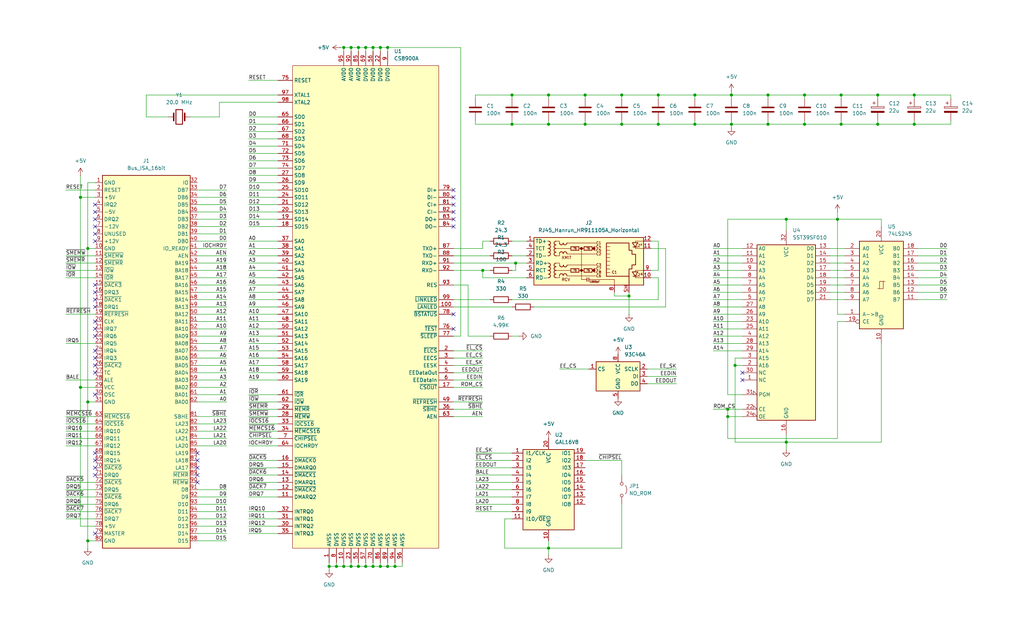
<source format=kicad_sch>
(kicad_sch (version 20231120) (generator "eeschema") (generator_version "8.0")
  (paper "USLegal")
  (title_block (title "Ethermaker") (date "2024-08-21") (rev "1") (company "Surreality Labs"))
  (junction (at 190.5 33.02))
  (junction (at 121.92 196.85))
  (junction (at 255.27 127))
  (junction (at 228.6 33.02))
  (junction (at 124.46 196.85))
  (junction (at 167.64 93.98))
  (junction (at 179.07 91.44))
  (junction (at 30.48 139.7))
  (junction (at 279.4 33.02))
  (junction (at 215.9 43.18))
  (junction (at 177.8 43.18))
  (junction (at 292.1 43.18))
  (junction (at 252.73 144.78))
  (junction (at 290.83 76.2))
  (junction (at 241.3 43.18))
  (junction (at 203.2 43.18))
  (junction (at 241.3 33.02))
  (junction (at 134.62 16.51))
  (junction (at 252.73 142.24))
  (junction (at 127 16.51))
  (junction (at 273.05 76.2))
  (junction (at 132.08 196.85))
  (junction (at 218.44 102.87))
  (junction (at 190.5 43.18))
  (junction (at 254 43.18))
  (junction (at 266.7 43.18))
  (junction (at 121.92 16.51))
  (junction (at 279.4 43.18))
  (junction (at 129.54 196.85))
  (junction (at 119.38 196.85))
  (junction (at 119.38 16.51))
  (junction (at 30.48 187.96))
  (junction (at 304.8 43.18))
  (junction (at 30.48 86.36))
  (junction (at 27.94 68.58))
  (junction (at 215.9 33.02))
  (junction (at 127 196.85))
  (junction (at 132.08 16.51))
  (junction (at 190.5 190.5))
  (junction (at 134.62 196.85))
  (junction (at 203.2 33.02))
  (junction (at 304.8 33.02))
  (junction (at 266.7 33.02))
  (junction (at 177.8 33.02))
  (junction (at 114.3 196.85))
  (junction (at 273.05 153.67))
  (junction (at 228.6 43.18))
  (junction (at 27.94 134.62))
  (junction (at 317.5 43.18))
  (junction (at 254 33.02))
  (junction (at 137.16 196.85))
  (junction (at 292.1 33.02))
  (junction (at 116.84 196.85))
  (junction (at 124.46 16.51))
  (junction (at 129.54 16.51))
  (junction (at 317.5 33.02))
  (no_connect (at 157.48 114.3))
  (no_connect (at 33.02 71.12))
  (no_connect (at 33.02 78.74))
  (no_connect (at 33.02 76.2))
  (no_connect (at 157.48 66.04))
  (no_connect (at 33.02 101.6))
  (no_connect (at 157.48 76.2))
  (no_connect (at 33.02 81.28))
  (no_connect (at 33.02 111.76))
  (no_connect (at 33.02 121.92))
  (no_connect (at 33.02 157.48))
  (no_connect (at 68.58 167.64))
  (no_connect (at 157.48 78.74))
  (no_connect (at 33.02 162.56))
  (no_connect (at 33.02 104.14))
  (no_connect (at 157.48 71.12))
  (no_connect (at 68.58 162.56))
  (no_connect (at 33.02 129.54))
  (no_connect (at 157.48 73.66))
  (no_connect (at 33.02 127))
  (no_connect (at 33.02 185.42))
  (no_connect (at 33.02 106.68))
  (no_connect (at 68.58 157.48))
  (no_connect (at 33.02 73.66))
  (no_connect (at 33.02 137.16))
  (no_connect (at 257.81 132.08))
  (no_connect (at 33.02 83.82))
  (no_connect (at 157.48 109.22))
  (no_connect (at 157.48 68.58))
  (no_connect (at 33.02 165.1))
  (no_connect (at 33.02 116.84))
  (no_connect (at 33.02 99.06))
  (no_connect (at 257.81 129.54))
  (no_connect (at 33.02 160.02))
  (no_connect (at 33.02 124.46))
  (no_connect (at 68.58 160.02))
  (no_connect (at 68.58 165.1))
  (no_connect (at 33.02 114.3))
  (wire (pts (xy 78.74 111.76) (xy 68.58 111.76)))
  (wire (pts (xy 86.36 185.42) (xy 96.52 185.42)))
  (wire (pts (xy 86.36 165.1) (xy 96.52 165.1)))
  (wire (pts (xy 218.44 102.87) (xy 218.44 109.22)))
  (wire (pts (xy 247.65 88.9) (xy 257.81 88.9)))
  (wire (pts (xy 254 33.02) (xy 266.7 33.02)))
  (wire (pts (xy 86.36 66.04) (xy 96.52 66.04)))
  (wire (pts (xy 241.3 33.02) (xy 241.3 34.29)))
  (wire (pts (xy 175.26 190.5) (xy 190.5 190.5)))
  (wire (pts (xy 190.5 33.02) (xy 203.2 33.02)))
  (wire (pts (xy 86.36 127) (xy 96.52 127)))
  (wire (pts (xy 66.04 40.64) (xy 76.2 40.64)))
  (wire (pts (xy 165.1 34.29) (xy 165.1 33.02)))
  (wire (pts (xy 328.93 91.44) (xy 318.77 91.44)))
  (wire (pts (xy 185.42 106.68) (xy 231.14 106.68)))
  (wire (pts (xy 124.46 16.51) (xy 121.92 16.51)))
  (wire (pts (xy 127 195.58) (xy 127 196.85)))
  (wire (pts (xy 78.74 149.86) (xy 68.58 149.86)))
  (wire (pts (xy 86.36 43.18) (xy 96.52 43.18)))
  (wire (pts (xy 304.8 41.91) (xy 304.8 43.18)))
  (wire (pts (xy 116.84 195.58) (xy 116.84 196.85)))
  (wire (pts (xy 247.65 142.24) (xy 252.73 142.24)))
  (wire (pts (xy 119.38 16.51) (xy 119.38 17.78)))
  (wire (pts (xy 68.58 88.9) (xy 78.74 88.9)))
  (wire (pts (xy 228.6 41.91) (xy 228.6 43.18)))
  (wire (pts (xy 96.52 33.02) (xy 50.8 33.02)))
  (wire (pts (xy 86.36 106.68) (xy 96.52 106.68)))
  (wire (pts (xy 177.8 116.84) (xy 180.34 116.84)))
  (wire (pts (xy 234.95 128.27) (xy 224.79 128.27)))
  (wire (pts (xy 86.36 144.78) (xy 96.52 144.78)))
  (wire (pts (xy 86.36 96.52) (xy 96.52 96.52)))
  (wire (pts (xy 203.2 33.02) (xy 215.9 33.02)))
  (wire (pts (xy 86.36 129.54) (xy 96.52 129.54)))
  (wire (pts (xy 165.1 33.02) (xy 177.8 33.02)))
  (wire (pts (xy 129.54 16.51) (xy 127 16.51)))
  (wire (pts (xy 177.8 93.98) (xy 179.07 93.98)))
  (wire (pts (xy 157.48 124.46) (xy 167.64 124.46)))
  (wire (pts (xy 328.93 104.14) (xy 318.77 104.14)))
  (wire (pts (xy 30.48 187.96) (xy 33.02 187.96)))
  (wire (pts (xy 288.29 88.9) (xy 293.37 88.9)))
  (wire (pts (xy 177.8 43.18) (xy 190.5 43.18)))
  (wire (pts (xy 30.48 187.96) (xy 30.48 190.5)))
  (wire (pts (xy 273.05 153.67) (xy 273.05 151.13)))
  (wire (pts (xy 86.36 27.94) (xy 96.52 27.94)))
  (wire (pts (xy 231.14 106.68) (xy 231.14 86.36)))
  (wire (pts (xy 266.7 43.18) (xy 279.4 43.18)))
  (wire (pts (xy 86.36 180.34) (xy 96.52 180.34)))
  (wire (pts (xy 241.3 41.91) (xy 241.3 43.18)))
  (wire (pts (xy 78.74 154.94) (xy 68.58 154.94)))
  (wire (pts (xy 165.1 165.1) (xy 177.8 165.1)))
  (wire (pts (xy 162.56 116.84) (xy 170.18 116.84)))
  (wire (pts (xy 177.8 180.34) (xy 175.26 180.34)))
  (wire (pts (xy 254 43.18) (xy 266.7 43.18)))
  (wire (pts (xy 124.46 195.58) (xy 124.46 196.85)))
  (wire (pts (xy 165.1 157.48) (xy 177.8 157.48)))
  (wire (pts (xy 328.93 93.98) (xy 318.77 93.98)))
  (wire (pts (xy 22.86 154.94) (xy 33.02 154.94)))
  (wire (pts (xy 22.86 66.04) (xy 33.02 66.04)))
  (wire (pts (xy 306.07 76.2) (xy 306.07 78.74)))
  (wire (pts (xy 78.74 175.26) (xy 68.58 175.26)))
  (wire (pts (xy 165.1 160.02) (xy 177.8 160.02)))
  (wire (pts (xy 247.65 109.22) (xy 257.81 109.22)))
  (wire (pts (xy 317.5 43.18) (xy 330.2 43.18)))
  (wire (pts (xy 86.36 124.46) (xy 96.52 124.46)))
  (wire (pts (xy 86.36 86.36) (xy 96.52 86.36)))
  (wire (pts (xy 86.36 40.64) (xy 96.52 40.64)))
  (wire (pts (xy 273.05 153.67) (xy 273.05 156.21)))
  (wire (pts (xy 86.36 101.6) (xy 96.52 101.6)))
  (wire (pts (xy 86.36 177.8) (xy 96.52 177.8)))
  (wire (pts (xy 157.48 116.84) (xy 160.02 116.84)))
  (wire (pts (xy 247.65 111.76) (xy 257.81 111.76)))
  (wire (pts (xy 330.2 33.02) (xy 317.5 33.02)))
  (wire (pts (xy 279.4 43.18) (xy 279.4 41.91)))
  (wire (pts (xy 179.07 91.44) (xy 182.88 91.44)))
  (wire (pts (xy 86.36 55.88) (xy 96.52 55.88)))
  (wire (pts (xy 165.1 170.18) (xy 177.8 170.18)))
  (wire (pts (xy 78.74 180.34) (xy 68.58 180.34)))
  (wire (pts (xy 177.8 104.14) (xy 228.6 104.14)))
  (wire (pts (xy 78.74 91.44) (xy 68.58 91.44)))
  (wire (pts (xy 121.92 16.51) (xy 121.92 17.78)))
  (wire (pts (xy 22.86 170.18) (xy 33.02 170.18)))
  (wire (pts (xy 255.27 124.46) (xy 255.27 127)))
  (wire (pts (xy 304.8 43.18) (xy 317.5 43.18)))
  (wire (pts (xy 190.5 41.91) (xy 190.5 43.18)))
  (wire (pts (xy 190.5 190.5) (xy 190.5 193.04)))
  (wire (pts (xy 317.5 33.02) (xy 317.5 34.29)))
  (wire (pts (xy 179.07 93.98) (xy 179.07 91.44)))
  (wire (pts (xy 78.74 152.4) (xy 68.58 152.4)))
  (wire (pts (xy 167.64 83.82) (xy 167.64 86.36)))
  (wire (pts (xy 170.18 83.82) (xy 167.64 83.82)))
  (wire (pts (xy 177.8 88.9) (xy 182.88 88.9)))
  (wire (pts (xy 86.36 162.56) (xy 96.52 162.56)))
  (wire (pts (xy 22.86 119.38) (xy 33.02 119.38)))
  (wire (pts (xy 228.6 83.82) (xy 226.06 83.82)))
  (wire (pts (xy 27.94 60.96) (xy 27.94 68.58)))
  (wire (pts (xy 78.74 172.72) (xy 68.58 172.72)))
  (wire (pts (xy 218.44 102.87) (xy 213.36 102.87)))
  (wire (pts (xy 190.5 190.5) (xy 215.9 190.5)))
  (wire (pts (xy 86.36 58.42) (xy 96.52 58.42)))
  (wire (pts (xy 252.73 144.78) (xy 252.73 142.24)))
  (wire (pts (xy 76.2 35.56) (xy 96.52 35.56)))
  (wire (pts (xy 177.8 33.02) (xy 177.8 34.29)))
  (wire (pts (xy 114.3 196.85) (xy 114.3 198.12)))
  (wire (pts (xy 288.29 104.14) (xy 293.37 104.14)))
  (wire (pts (xy 252.73 76.2) (xy 273.05 76.2)))
  (wire (pts (xy 157.48 91.44) (xy 179.07 91.44)))
  (wire (pts (xy 228.6 96.52) (xy 226.06 96.52)))
  (wire (pts (xy 78.74 99.06) (xy 68.58 99.06)))
  (wire (pts (xy 134.62 196.85) (xy 137.16 196.85)))
  (wire (pts (xy 288.29 93.98) (xy 293.37 93.98)))
  (wire (pts (xy 247.65 96.52) (xy 257.81 96.52)))
  (wire (pts (xy 116.84 196.85) (xy 119.38 196.85)))
  (wire (pts (xy 30.48 139.7) (xy 33.02 139.7)))
  (wire (pts (xy 86.36 63.5) (xy 96.52 63.5)))
  (wire (pts (xy 330.2 43.18) (xy 330.2 41.91)))
  (wire (pts (xy 290.83 109.22) (xy 290.83 76.2)))
  (wire (pts (xy 167.64 127) (xy 157.48 127)))
  (wire (pts (xy 33.02 182.88) (xy 27.94 182.88)))
  (wire (pts (xy 27.94 134.62) (xy 27.94 68.58)))
  (wire (pts (xy 86.36 111.76) (xy 96.52 111.76)))
  (wire (pts (xy 215.9 33.02) (xy 228.6 33.02)))
  (wire (pts (xy 86.36 119.38) (xy 96.52 119.38)))
  (wire (pts (xy 132.08 195.58) (xy 132.08 196.85)))
  (wire (pts (xy 203.2 43.18) (xy 215.9 43.18)))
  (wire (pts (xy 160.02 16.51) (xy 134.62 16.51)))
  (wire (pts (xy 290.83 76.2) (xy 273.05 76.2)))
  (wire (pts (xy 247.65 116.84) (xy 257.81 116.84)))
  (wire (pts (xy 132.08 196.85) (xy 134.62 196.85)))
  (wire (pts (xy 247.65 104.14) (xy 257.81 104.14)))
  (wire (pts (xy 78.74 76.2) (xy 68.58 76.2)))
  (wire (pts (xy 30.48 63.5) (xy 30.48 86.36)))
  (wire (pts (xy 317.5 41.91) (xy 317.5 43.18)))
  (wire (pts (xy 27.94 182.88) (xy 27.94 134.62)))
  (wire (pts (xy 78.74 106.68) (xy 68.58 106.68)))
  (wire (pts (xy 257.81 137.16) (xy 252.73 137.16)))
  (wire (pts (xy 224.79 130.81) (xy 234.95 130.81)))
  (wire (pts (xy 119.38 196.85) (xy 121.92 196.85)))
  (wire (pts (xy 203.2 160.02) (xy 215.9 160.02)))
  (wire (pts (xy 22.86 177.8) (xy 33.02 177.8)))
  (wire (pts (xy 215.9 190.5) (xy 215.9 175.26)))
  (wire (pts (xy 33.02 63.5) (xy 30.48 63.5)))
  (wire (pts (xy 157.48 139.7) (xy 167.64 139.7)))
  (wire (pts (xy 68.58 147.32) (xy 78.74 147.32)))
  (wire (pts (xy 127 196.85) (xy 129.54 196.85)))
  (wire (pts (xy 78.74 182.88) (xy 68.58 182.88)))
  (wire (pts (xy 266.7 33.02) (xy 266.7 34.29)))
  (wire (pts (xy 22.86 147.32) (xy 33.02 147.32)))
  (wire (pts (xy 27.94 68.58) (xy 33.02 68.58)))
  (wire (pts (xy 247.65 91.44) (xy 257.81 91.44)))
  (wire (pts (xy 30.48 86.36) (xy 30.48 139.7)))
  (wire (pts (xy 266.7 41.91) (xy 266.7 43.18)))
  (wire (pts (xy 292.1 33.02) (xy 279.4 33.02)))
  (wire (pts (xy 78.74 114.3) (xy 68.58 114.3)))
  (wire (pts (xy 292.1 43.18) (xy 304.8 43.18)))
  (wire (pts (xy 22.86 91.44) (xy 33.02 91.44)))
  (wire (pts (xy 157.48 142.24) (xy 167.64 142.24)))
  (wire (pts (xy 114.3 195.58) (xy 114.3 196.85)))
  (wire (pts (xy 139.7 196.85) (xy 139.7 195.58)))
  (wire (pts (xy 165.1 41.91) (xy 165.1 43.18)))
  (wire (pts (xy 27.94 134.62) (xy 33.02 134.62)))
  (wire (pts (xy 78.74 66.04) (xy 68.58 66.04)))
  (wire (pts (xy 124.46 16.51) (xy 124.46 17.78)))
  (wire (pts (xy 137.16 196.85) (xy 139.7 196.85)))
  (wire (pts (xy 86.36 60.96) (xy 96.52 60.96)))
  (wire (pts (xy 129.54 196.85) (xy 132.08 196.85)))
  (wire (pts (xy 160.02 116.84) (xy 160.02 16.51)))
  (wire (pts (xy 279.4 33.02) (xy 279.4 34.29)))
  (wire (pts (xy 121.92 196.85) (xy 124.46 196.85)))
  (wire (pts (xy 134.62 16.51) (xy 134.62 17.78)))
  (wire (pts (xy 86.36 142.24) (xy 96.52 142.24)))
  (wire (pts (xy 290.83 111.76) (xy 293.37 111.76)))
  (wire (pts (xy 167.64 86.36) (xy 157.48 86.36)))
  (wire (pts (xy 167.64 93.98) (xy 170.18 93.98)))
  (wire (pts (xy 177.8 41.91) (xy 177.8 43.18)))
  (wire (pts (xy 86.36 99.06) (xy 96.52 99.06)))
  (wire (pts (xy 78.74 101.6) (xy 68.58 101.6)))
  (wire (pts (xy 157.48 144.78) (xy 167.64 144.78)))
  (wire (pts (xy 231.14 86.36) (xy 226.06 86.36)))
  (wire (pts (xy 247.65 121.92) (xy 257.81 121.92)))
  (wire (pts (xy 252.73 144.78) (xy 252.73 152.4)))
  (wire (pts (xy 165.1 43.18) (xy 177.8 43.18)))
  (wire (pts (xy 328.93 101.6) (xy 318.77 101.6)))
  (wire (pts (xy 177.8 33.02) (xy 190.5 33.02)))
  (wire (pts (xy 86.36 114.3) (xy 96.52 114.3)))
  (wire (pts (xy 86.36 116.84) (xy 96.52 116.84)))
  (wire (pts (xy 78.74 137.16) (xy 68.58 137.16)))
  (wire (pts (xy 255.27 127) (xy 257.81 127)))
  (wire (pts (xy 86.36 137.16) (xy 96.52 137.16)))
  (wire (pts (xy 86.36 104.14) (xy 96.52 104.14)))
  (wire (pts (xy 330.2 34.29) (xy 330.2 33.02)))
  (wire (pts (xy 167.64 121.92) (xy 157.48 121.92)))
  (wire (pts (xy 86.36 76.2) (xy 96.52 76.2)))
  (wire (pts (xy 254 41.91) (xy 254 43.18)))
  (wire (pts (xy 162.56 99.06) (xy 162.56 116.84)))
  (wire (pts (xy 328.93 86.36) (xy 318.77 86.36)))
  (wire (pts (xy 165.1 177.8) (xy 177.8 177.8)))
  (wire (pts (xy 306.07 153.67) (xy 306.07 119.38)))
  (wire (pts (xy 22.86 144.78) (xy 33.02 144.78)))
  (wire (pts (xy 290.83 152.4) (xy 290.83 111.76)))
  (wire (pts (xy 119.38 195.58) (xy 119.38 196.85)))
  (wire (pts (xy 215.9 33.02) (xy 215.9 34.29)))
  (wire (pts (xy 288.29 86.36) (xy 293.37 86.36)))
  (wire (pts (xy 78.74 81.28) (xy 68.58 81.28)))
  (wire (pts (xy 86.36 50.8) (xy 96.52 50.8)))
  (wire (pts (xy 22.86 132.08) (xy 33.02 132.08)))
  (wire (pts (xy 121.92 195.58) (xy 121.92 196.85)))
  (wire (pts (xy 86.36 121.92) (xy 96.52 121.92)))
  (wire (pts (xy 22.86 152.4) (xy 33.02 152.4)))
  (wire (pts (xy 86.36 93.98) (xy 96.52 93.98)))
  (wire (pts (xy 121.92 16.51) (xy 119.38 16.51)))
  (wire (pts (xy 328.93 99.06) (xy 318.77 99.06)))
  (wire (pts (xy 288.29 101.6) (xy 293.37 101.6)))
  (wire (pts (xy 134.62 16.51) (xy 132.08 16.51)))
  (wire (pts (xy 137.16 195.58) (xy 137.16 196.85)))
  (wire (pts (xy 157.48 132.08) (xy 167.64 132.08)))
  (wire (pts (xy 86.36 68.58) (xy 96.52 68.58)))
  (wire (pts (xy 33.02 109.22) (xy 22.86 109.22)))
  (wire (pts (xy 247.65 93.98) (xy 257.81 93.98)))
  (wire (pts (xy 241.3 43.18) (xy 254 43.18)))
  (wire (pts (xy 215.9 160.02) (xy 215.9 165.1)))
  (wire (pts (xy 78.74 170.18) (xy 68.58 170.18)))
  (wire (pts (xy 86.36 91.44) (xy 96.52 91.44)))
  (wire (pts (xy 328.93 96.52) (xy 318.77 96.52)))
  (wire (pts (xy 132.08 16.51) (xy 129.54 16.51)))
  (wire (pts (xy 273.05 76.2) (xy 273.05 80.01)))
  (wire (pts (xy 255.27 153.67) (xy 273.05 153.67)))
  (wire (pts (xy 228.6 104.14) (xy 228.6 96.52)))
  (wire (pts (xy 304.8 33.02) (xy 304.8 34.29)))
  (wire (pts (xy 86.36 53.34) (xy 96.52 53.34)))
  (wire (pts (xy 86.36 147.32) (xy 96.52 147.32)))
  (wire (pts (xy 203.2 33.02) (xy 203.2 34.29)))
  (wire (pts (xy 241.3 33.02) (xy 254 33.02)))
  (wire (pts (xy 165.1 175.26) (xy 177.8 175.26)))
  (wire (pts (xy 78.74 116.84) (xy 68.58 116.84)))
  (wire (pts (xy 86.36 167.64) (xy 96.52 167.64)))
  (wire (pts (xy 78.74 96.52) (xy 68.58 96.52)))
  (wire (pts (xy 86.36 71.12) (xy 96.52 71.12)))
  (wire (pts (xy 78.74 121.92) (xy 68.58 121.92)))
  (wire (pts (xy 86.36 152.4) (xy 96.52 152.4)))
  (wire (pts (xy 86.36 170.18) (xy 96.52 170.18)))
  (wire (pts (xy 247.65 99.06) (xy 257.81 99.06)))
  (wire (pts (xy 50.8 33.02) (xy 50.8 40.64)))
  (wire (pts (xy 252.73 137.16) (xy 252.73 76.2)))
  (wire (pts (xy 165.1 172.72) (xy 177.8 172.72)))
  (wire (pts (xy 78.74 132.08) (xy 68.58 132.08)))
  (wire (pts (xy 86.36 78.74) (xy 96.52 78.74)))
  (wire (pts (xy 247.65 86.36) (xy 257.81 86.36)))
  (wire (pts (xy 30.48 139.7) (xy 30.48 187.96)))
  (wire (pts (xy 157.48 88.9) (xy 170.18 88.9)))
  (wire (pts (xy 114.3 196.85) (xy 116.84 196.85)))
  (wire (pts (xy 78.74 134.62) (xy 68.58 134.62)))
  (wire (pts (xy 86.36 132.08) (xy 96.52 132.08)))
  (wire (pts (xy 254 43.18) (xy 254 44.45)))
  (wire (pts (xy 252.73 142.24) (xy 257.81 142.24)))
  (wire (pts (xy 190.5 190.5) (xy 190.5 187.96)))
  (wire (pts (xy 182.88 96.52) (xy 167.64 96.52)))
  (wire (pts (xy 127 16.51) (xy 127 17.78)))
  (wire (pts (xy 86.36 149.86) (xy 96.52 149.86)))
  (wire (pts (xy 175.26 180.34) (xy 175.26 190.5)))
  (wire (pts (xy 129.54 16.51) (xy 129.54 17.78)))
  (wire (pts (xy 328.93 88.9) (xy 318.77 88.9)))
  (wire (pts (xy 50.8 40.64) (xy 58.42 40.64)))
  (wire (pts (xy 254 33.02) (xy 254 34.29)))
  (wire (pts (xy 273.05 153.67) (xy 306.07 153.67)))
  (wire (pts (xy 157.48 134.62) (xy 167.64 134.62)))
  (wire (pts (xy 22.86 175.26) (xy 33.02 175.26)))
  (wire (pts (xy 78.74 185.42) (xy 68.58 185.42)))
  (wire (pts (xy 30.48 86.36) (xy 33.02 86.36)))
  (wire (pts (xy 86.36 88.9) (xy 96.52 88.9)))
  (wire (pts (xy 228.6 93.98) (xy 228.6 83.82)))
  (wire (pts (xy 317.5 33.02) (xy 304.8 33.02)))
  (wire (pts (xy 290.83 76.2) (xy 306.07 76.2)))
  (wire (pts (xy 78.74 139.7) (xy 68.58 139.7)))
  (wire (pts (xy 228.6 34.29) (xy 228.6 33.02)))
  (wire (pts (xy 279.4 43.18) (xy 292.1 43.18)))
  (wire (pts (xy 22.86 88.9) (xy 33.02 88.9)))
  (wire (pts (xy 22.86 172.72) (xy 33.02 172.72)))
  (wire (pts (xy 22.86 93.98) (xy 33.02 93.98)))
  (wire (pts (xy 252.73 152.4) (xy 290.83 152.4)))
  (wire (pts (xy 213.36 102.87) (xy 213.36 101.6)))
  (wire (pts (xy 86.36 45.72) (xy 96.52 45.72)))
  (wire (pts (xy 218.44 101.6) (xy 218.44 102.87)))
  (wire (pts (xy 86.36 182.88) (xy 96.52 182.88)))
  (wire (pts (xy 124.46 196.85) (xy 127 196.85)))
  (wire (pts (xy 266.7 33.02) (xy 279.4 33.02)))
  (wire (pts (xy 288.29 99.06) (xy 293.37 99.06)))
  (wire (pts (xy 292.1 33.02) (xy 292.1 34.29)))
  (wire (pts (xy 78.74 83.82) (xy 68.58 83.82)))
  (wire (pts (xy 257.81 144.78) (xy 252.73 144.78)))
  (wire (pts (xy 228.6 33.02) (xy 241.3 33.02)))
  (wire (pts (xy 78.74 73.66) (xy 68.58 73.66)))
  (wire (pts (xy 290.83 73.66) (xy 290.83 76.2)))
  (wire (pts (xy 190.5 33.02) (xy 190.5 34.29)))
  (wire (pts (xy 86.36 83.82) (xy 96.52 83.82)))
  (wire (pts (xy 190.5 43.18) (xy 203.2 43.18)))
  (wire (pts (xy 78.74 109.22) (xy 68.58 109.22)))
  (wire (pts (xy 234.95 133.35) (xy 224.79 133.35)))
  (wire (pts (xy 203.2 41.91) (xy 203.2 43.18)))
  (wire (pts (xy 304.8 33.02) (xy 292.1 33.02)))
  (wire (pts (xy 247.65 101.6) (xy 257.81 101.6)))
  (wire (pts (xy 78.74 187.96) (xy 68.58 187.96)))
  (wire (pts (xy 288.29 91.44) (xy 293.37 91.44)))
  (wire (pts (xy 76.2 40.64) (xy 76.2 35.56)))
  (wire (pts (xy 293.37 109.22) (xy 290.83 109.22)))
  (wire (pts (xy 86.36 139.7) (xy 96.52 139.7)))
  (wire (pts (xy 226.06 93.98) (xy 228.6 93.98)))
  (wire (pts (xy 288.29 96.52) (xy 293.37 96.52)))
  (wire (pts (xy 78.74 68.58) (xy 68.58 68.58)))
  (wire (pts (xy 22.86 167.64) (xy 33.02 167.64)))
  (wire (pts (xy 177.8 83.82) (xy 182.88 83.82)))
  (wire (pts (xy 254 31.75) (xy 254 33.02)))
  (wire (pts (xy 22.86 180.34) (xy 33.02 180.34)))
  (wire (pts (xy 247.65 114.3) (xy 257.81 114.3)))
  (wire (pts (xy 204.47 128.27) (xy 194.31 128.27)))
  (wire (pts (xy 22.86 149.86) (xy 33.02 149.86)))
  (wire (pts (xy 78.74 177.8) (xy 68.58 177.8)))
  (wire (pts (xy 247.65 119.38) (xy 257.81 119.38)))
  (wire (pts (xy 167.64 129.54) (xy 157.48 129.54)))
  (wire (pts (xy 78.74 127) (xy 68.58 127)))
  (wire (pts (xy 167.64 93.98) (xy 157.48 93.98)))
  (wire (pts (xy 292.1 41.91) (xy 292.1 43.18)))
  (wire (pts (xy 134.62 195.58) (xy 134.62 196.85)))
  (wire (pts (xy 86.36 154.94) (xy 96.52 154.94)))
  (wire (pts (xy 215.9 43.18) (xy 228.6 43.18)))
  (wire (pts (xy 68.58 144.78) (xy 78.74 144.78)))
  (wire (pts (xy 86.36 109.22) (xy 96.52 109.22)))
  (wire (pts (xy 228.6 43.18) (xy 241.3 43.18)))
  (wire (pts (xy 78.74 104.14) (xy 68.58 104.14)))
  (wire (pts (xy 132.08 16.51) (xy 132.08 17.78)))
  (wire (pts (xy 157.48 104.14) (xy 170.18 104.14)))
  (wire (pts (xy 257.81 124.46) (xy 255.27 124.46)))
  (wire (pts (xy 157.48 106.68) (xy 177.8 106.68)))
  (wire (pts (xy 215.9 43.18) (xy 215.9 41.91)))
  (wire (pts (xy 255.27 127) (xy 255.27 153.67)))
  (wire (pts (xy 78.74 93.98) (xy 68.58 93.98)))
  (wire (pts (xy 68.58 86.36) (xy 78.74 86.36)))
  (wire (pts (xy 86.36 160.02) (xy 96.52 160.02)))
  (wire (pts (xy 118.11 16.51) (xy 119.38 16.51)))
  (wire (pts (xy 165.1 167.64) (xy 177.8 167.64)))
  (wire (pts (xy 78.74 119.38) (xy 68.58 119.38)))
  (wire (pts (xy 129.54 195.58) (xy 129.54 196.85)))
  (wire (pts (xy 78.74 129.54) (xy 68.58 129.54)))
  (wire (pts (xy 86.36 73.66) (xy 96.52 73.66)))
  (wire (pts (xy 86.36 172.72) (xy 96.52 172.72)))
  (wire (pts (xy 86.36 48.26) (xy 96.52 48.26)))
  (wire (pts (xy 167.64 96.52) (xy 167.64 93.98)))
  (wire (pts (xy 127 16.51) (xy 124.46 16.51)))
  (wire (pts (xy 165.1 162.56) (xy 177.8 162.56)))
  (wire (pts (xy 22.86 96.52) (xy 33.02 96.52)))
  (wire (pts (xy 78.74 78.74) (xy 68.58 78.74)))
  (wire (pts (xy 78.74 71.12) (xy 68.58 71.12)))
  (wire (pts (xy 78.74 124.46) (xy 68.58 124.46)))
  (wire (pts (xy 157.48 99.06) (xy 162.56 99.06)))
  (wire (pts (xy 247.65 106.68) (xy 257.81 106.68)))
  (label "A10" (at 86.36 109.22 0))
  (label "~{DACK7}" (at 86.36 170.18 0))
  (label "IRQ5" (at 22.86 119.38 0))
  (label "A11" (at 78.74 111.76 180))
  (label "IOCHRDY" (at 78.74 86.36 180))
  (label "D5" (at 86.36 53.34 0))
  (label "A19" (at 86.36 132.08 0))
  (label "~{IOR}" (at 22.86 96.52 0))
  (label "A4" (at 86.36 93.98 0))
  (label "D13" (at 78.74 182.88 180))
  (label "D2" (at 328.93 91.44 180))
  (label "A1" (at 86.36 86.36 0))
  (label "A5" (at 86.36 96.52 0))
  (label "D6" (at 78.74 68.58 180))
  (label "D10" (at 86.36 66.04 0))
  (label "D0" (at 328.93 86.36 180))
  (label "LA22" (at 78.74 149.86 180))
  (label "A14" (at 86.36 119.38 0))
  (label "D7" (at 328.93 104.14 180))
  (label "EEDOUT" (at 167.64 129.54 180))
  (label "A11" (at 247.65 114.3 0))
  (label "~{MEMCS16}" (at 86.36 149.86 0))
  (label "A19" (at 78.74 91.44 180))
  (label "AEN" (at 78.74 88.9 180))
  (label "A1" (at 247.65 88.9 0))
  (label "A14" (at 247.65 121.92 0))
  (label "D8" (at 86.36 60.96 0))
  (label "BALE" (at 22.86 132.08 0))
  (label "~{CHIPSEL}" (at 86.36 152.4 0))
  (label "~{IOCS16}" (at 22.86 147.32 0))
  (label "~{DACK5}" (at 22.86 167.64 0))
  (label "RESET" (at 22.86 66.04 0))
  (label "~{CHIPSEL}" (at 215.9 160.02 180))
  (label "D6" (at 86.36 55.88 0))
  (label "A16" (at 78.74 99.06 180))
  (label "A0" (at 247.65 86.36 0))
  (label "D0" (at 78.74 83.82 180))
  (label "~{IOCS16}" (at 86.36 147.32 0))
  (label "EEDIN" (at 234.95 130.81 180))
  (label "A9" (at 78.74 116.84 180))
  (label "~{REFRESH}" (at 167.64 139.7 180))
  (label "D9" (at 78.74 172.72 180))
  (label "DRQ6" (at 22.86 175.26 0))
  (label "D4" (at 78.74 73.66 180))
  (label "A4" (at 78.74 129.54 180))
  (label "D7" (at 86.36 58.42 0))
  (label "A5" (at 247.65 99.06 0))
  (label "A18" (at 86.36 129.54 0))
  (label "A8" (at 247.65 106.68 0))
  (label "A10" (at 78.74 114.3 180))
  (label "D4" (at 328.93 96.52 180))
  (label "D15" (at 86.36 78.74 0))
  (label "D5" (at 78.74 71.12 180))
  (label "EE_SK" (at 165.1 157.48 0))
  (label "~{EL_CS}" (at 167.64 121.92 180))
  (label "RESET" (at 86.36 27.94 0))
  (label "D1" (at 78.74 81.28 180))
  (label "DRQ6" (at 86.36 167.64 0))
  (label "IOCHRDY" (at 86.36 154.94 0))
  (label "A13" (at 78.74 106.68 180))
  (label "D2" (at 78.74 78.74 180))
  (label "D14" (at 86.36 76.2 0))
  (label "A0" (at 86.36 83.82 0))
  (label "~{DACK5}" (at 86.36 160.02 0))
  (label "~{SMEMR}" (at 22.86 91.44 0))
  (label "D7" (at 78.74 66.04 180))
  (label "A18" (at 78.74 93.98 180))
  (label "BALE" (at 165.1 165.1 0))
  (label "A8" (at 86.36 104.14 0))
  (label "EEDOUT" (at 234.95 133.35 180))
  (label "EEDOUT" (at 165.1 162.56 0))
  (label "EE_CS" (at 194.31 128.27 0))
  (label "A6" (at 247.65 101.6 0))
  (label "LA21" (at 165.1 172.72 0))
  (label "~{IOW}" (at 22.86 93.98 0))
  (label "A6" (at 78.74 124.46 180))
  (label "D11" (at 86.36 68.58 0))
  (label "~{SBHE}" (at 167.64 142.24 180))
  (label "EEDIN" (at 167.64 132.08 180))
  (label "D1" (at 86.36 43.18 0))
  (label "D12" (at 78.74 180.34 180))
  (label "A15" (at 78.74 101.6 180))
  (label "IRQ5" (at 86.36 185.42 0))
  (label "A10" (at 247.65 111.76 0))
  (label "D1" (at 328.93 88.9 180))
  (label "A17" (at 86.36 127 0))
  (label "D2" (at 86.36 45.72 0))
  (label "A1" (at 78.74 137.16 180))
  (label "A13" (at 247.65 119.38 0))
  (label "DRQ7" (at 22.86 180.34 0))
  (label "D10" (at 78.74 175.26 180))
  (label "A3" (at 86.36 91.44 0))
  (label "A16" (at 86.36 124.46 0))
  (label "~{SMEMR}" (at 86.36 142.24 0))
  (label "D3" (at 328.93 93.98 180))
  (label "D0" (at 86.36 40.64 0))
  (label "A8" (at 78.74 119.38 180))
  (label "A2" (at 78.74 134.62 180))
  (label "A15" (at 86.36 121.92 0))
  (label "D15" (at 78.74 187.96 180))
  (label "A3" (at 78.74 132.08 180))
  (label "DRQ5" (at 86.36 162.56 0))
  (label "A11" (at 86.36 111.76 0))
  (label "LA23" (at 78.74 147.32 180))
  (label "A6" (at 86.36 99.06 0))
  (label "~{IOR}" (at 86.36 137.16 0))
  (label "~{IOW}" (at 86.36 139.7 0))
  (label "IRQ12" (at 22.86 154.94 0))
  (label "A7" (at 78.74 121.92 180))
  (label "A0" (at 78.74 139.7 180))
  (label "D3" (at 78.74 76.2 180))
  (label "D14" (at 78.74 185.42 180))
  (label "D8" (at 78.74 170.18 180))
  (label "ROM_CS" (at 167.64 134.62 180))
  (label "~{DACK7}" (at 22.86 177.8 0))
  (label "A13" (at 86.36 116.84 0))
  (label "A12" (at 78.74 109.22 180))
  (label "~{DACK6}" (at 86.36 165.1 0))
  (label "~{EL_CS}" (at 165.1 160.02 0))
  (label "DRQ5" (at 22.86 170.18 0))
  (label "D5" (at 328.93 99.06 180))
  (label "D6" (at 328.93 101.6 180))
  (label "A7" (at 247.65 104.14 0))
  (label "LA20" (at 78.74 154.94 180))
  (label "LA20" (at 165.1 175.26 0))
  (label "IRQ10" (at 86.36 177.8 0))
  (label "A7" (at 86.36 101.6 0))
  (label "EE_SK" (at 167.64 127 180))
  (label "A5" (at 78.74 127 180))
  (label "A12" (at 247.65 116.84 0))
  (label "D12" (at 86.36 71.12 0))
  (label "EE_SK" (at 234.95 128.27 180))
  (label "~{SMEMW}" (at 86.36 144.78 0))
  (label "DRQ7" (at 86.36 172.72 0))
  (label "~{SMEMW}" (at 22.86 88.9 0))
  (label "A3" (at 247.65 93.98 0))
  (label "A2" (at 247.65 91.44 0))
  (label "IRQ10" (at 22.86 149.86 0))
  (label "D4" (at 86.36 50.8 0))
  (label "A17" (at 78.74 96.52 180))
  (label "A2" (at 86.36 88.9 0))
  (label "A9" (at 86.36 106.68 0))
  (label "D11" (at 78.74 177.8 180))
  (label "IRQ11" (at 22.86 152.4 0))
  (label "A9" (at 247.65 109.22 0))
  (label "~{REFRESH}" (at 22.86 109.22 0))
  (label "A12" (at 86.36 114.3 0))
  (label "~{MEMCS16}" (at 22.86 144.78 0))
  (label "~{SBHE}" (at 78.74 144.78 180))
  (label "D13" (at 86.36 73.66 0))
  (label "ROM_CS" (at 247.65 142.24 0))
  (label "EE_CS" (at 167.64 124.46 180))
  (label "~{DACK6}" (at 22.86 172.72 0))
  (label "A4" (at 247.65 96.52 0))
  (label "AEN" (at 167.64 144.78 180))
  (label "IRQ11" (at 86.36 180.34 0))
  (label "LA22" (at 165.1 170.18 0))
  (label "D3" (at 86.36 48.26 0))
  (label "IRQ12" (at 86.36 182.88 0))
  (label "LA23" (at 165.1 167.64 0))
  (label "A14" (at 78.74 104.14 180))
  (label "RESET" (at 165.1 177.8 0))
  (label "D9" (at 86.36 63.5 0))
  (label "LA21" (at 78.74 152.4 180))
  (symbol (lib_id "power:GND") (at 214.63 138.43 0) (unit 1)
    (property "Reference" "#PWR01" (effects (hide yes)))
    (property "Value" "GND" (at 214.63 143.51 0))
    (property "Description" "Power symbol creates a global label with name \"GND\" , ground" (effects (hide yes)))
  )
  (symbol (lib_id "Device:R") (at 173.99 93.98 90) (mirror x) (unit 1)
    (property "Reference" "R3" (at 173.99 87.63 90))
    (property "Value" "100" (at 173.99 90.17 90))
    (property "Footprint" "Resistor_SMD:R_0603_1608Metric_Pad0.98x0.95mm_HandSolder" (effects (hide yes)))
    (property "Description" "Resistor" (effects (hide yes)))
  )
  (symbol (lib_id "power:GND") (at 30.48 190.5 0) (unit 1)
    (property "Reference" "#PWR07" (effects (hide yes)))
    (property "Value" "GND" (at 30.48 195.58 0))
    (property "Description" "Power symbol creates a global label with name \"GND\" , ground" (effects (hide yes)))
  )
  (symbol (lib_id "Device:C") (at 266.7 38.1 0) (unit 1)
    (property "Reference" "C9" (at 270.51 36.8299 0) (effects (justify left)))
    (property "Value" "100n" (at 270.51 39.3699 0) (effects (justify left)))
    (property "Footprint" "Capacitor_SMD:C_0603_1608Metric_Pad1.08x0.95mm_HandSolder" (effects (hide yes)))
    (property "Description" "Unpolarized capacitor" (effects (hide yes)))
  )
  (symbol (lib_id "power:GND") (at 114.3 198.12 0) (unit 1)
    (property "Reference" "#PWR03" (effects (hide yes)))
    (property "Value" "GND" (at 114.3 203.2 0))
    (property "Description" "Power symbol creates a global label with name \"GND\" , ground" (effects (hide yes)))
  )
  (symbol (lib_id "power:+5V") (at 27.94 60.96 0) (unit 1)
    (property "Reference" "#PWR08" (effects (hide yes)))
    (property "Value" "+5V" (at 27.94 55.88 0))
    (property "Description" "Power symbol creates a global label with name \"+5V\"" (effects (hide yes)))
  )
  (symbol (lib_id "Memory_Flash:SST39SF010") (at 273.05 116.84 0) (unit 1)
    (property "Reference" "U4" (at 275.2441 80.01 0) (effects (justify left)))
    (property "Value" "SST39SF010" (at 275.2441 82.55 0) (effects (justify left)))
    (property "Footprint" "Package_DIP:DIP-32_W15.24mm" (effects (hide yes)))
    (property "Datasheet" "http://ww1.microchip.com/downloads/en/DeviceDoc/25022B.pdf" (effects (hide yes)))
    (property "Description" "Silicon Storage Technology (SSF) 128k x 8 Flash ROM" (effects (hide yes)))
  )
  (symbol (lib_id "Memory_EEPROM:93CxxA") (at 214.63 130.81 0) (unit 1)
    (property "Reference" "U3" (at 216.8241 120.65 0) (effects (justify left)))
    (property "Value" "93C46A" (at 216.8241 123.19 0) (effects (justify left)))
    (property "Footprint" "Package_DIP:DIP-8_W7.62mm" (effects (hide yes)))
    (property "Datasheet" "http://ww1.microchip.com/downloads/en/DeviceDoc/20001749K.pdf" (effects (hide yes)))
    (property "Description" "Serial EEPROM, 93 Series, 5.0V, DIP-8/SOIC-8" (effects (hide yes)))
  )
  (symbol (lib_id "Device:C") (at 203.2 38.1 0) (unit 1)
    (property "Reference" "C4" (at 207.01 36.8299 0) (effects (justify left)))
    (property "Value" "100n" (at 207.01 39.3699 0) (effects (justify left)))
    (property "Footprint" "Capacitor_SMD:C_0603_1608Metric_Pad1.08x0.95mm_HandSolder" (effects (hide yes)))
    (property "Description" "Unpolarized capacitor" (effects (hide yes)))
  )
  (symbol (lib_id "Device:R") (at 173.99 116.84 90) (mirror x) (unit 1)
    (property "Reference" "R6" (at 173.99 110.49 90))
    (property "Value" "4.99K" (at 173.99 113.03 90))
    (property "Footprint" "Resistor_SMD:R_0603_1608Metric_Pad0.98x0.95mm_HandSolder" (effects (hide yes)))
    (property "Description" "Resistor" (effects (hide yes)))
  )
  (symbol (lib_id "pc-parts:CS8900A") (at 127 106.68 0) (unit 1)
    (property "Reference" "U1" (at 136.8141 17.78 0) (effects (justify left)))
    (property "Value" "CS8900A" (at 136.8141 20.32 0) (effects (justify left)))
    (property "Footprint" "Package_QFP:LQFP-100_14x14mm_P0.5mm" (effects (hide yes)))
  )
  (symbol (lib_id "Device:C") (at 279.4 38.1 0) (unit 1)
    (property "Reference" "C10" (at 283.21 36.8299 0) (effects (justify left)))
    (property "Value" "100n" (at 283.21 39.3699 0) (effects (justify left)))
    (property "Footprint" "Capacitor_SMD:C_0603_1608Metric_Pad1.08x0.95mm_HandSolder" (effects (hide yes)))
    (property "Description" "Unpolarized capacitor" (effects (hide yes)))
  )
  (symbol (lib_id "Device:C_Polarized") (at 317.5 38.1 0) (unit 1)
    (property "Reference" "C13" (at 321.31 35.9409 0) (effects (justify left)))
    (property "Value" "22u" (at 321.31 38.4809 0) (effects (justify left)))
    (property "Footprint" "Capacitor_SMD:CP_Elec_5x5.3" (effects (hide yes)))
    (property "Description" "Polarized capacitor" (effects (hide yes)))
  )
  (symbol (lib_id "power:+5V") (at 214.63 123.19 0) (unit 1)
    (property "Reference" "#PWR04" (effects (hide yes)))
    (property "Value" "+5V" (at 214.63 118.11 0))
    (property "Description" "Power symbol creates a global label with name \"+5V\"" (effects (hide yes)))
  )
  (symbol (lib_id "Device:C") (at 241.3 38.1 0) (unit 1)
    (property "Reference" "C7" (at 245.11 36.8299 0) (effects (justify left)))
    (property "Value" "100n" (at 245.11 39.3699 0) (effects (justify left)))
    (property "Footprint" "Capacitor_SMD:C_0603_1608Metric_Pad1.08x0.95mm_HandSolder" (effects (hide yes)))
    (property "Description" "Unpolarized capacitor" (effects (hide yes)))
  )
  (symbol (lib_id "Device:C") (at 292.1 38.1 0) (unit 1)
    (property "Reference" "C11" (at 295.91 36.8299 0) (effects (justify left)))
    (property "Value" "100n" (at 295.91 39.3699 0) (effects (justify left)))
    (property "Footprint" "Capacitor_SMD:C_0603_1608Metric_Pad1.08x0.95mm_HandSolder" (effects (hide yes)))
    (property "Description" "Unpolarized capacitor" (effects (hide yes)))
  )
  (symbol (lib_id "power:GND") (at 273.05 156.21 0) (unit 1)
    (property "Reference" "#PWR011" (effects (hide yes)))
    (property "Value" "GND" (at 273.05 161.29 0))
    (property "Description" "Power symbol creates a global label with name \"GND\" , ground" (effects (hide yes)))
  )
  (symbol (lib_id "Device:C") (at 165.1 38.1 0) (unit 1)
    (property "Reference" "C1" (at 168.91 36.8299 0) (effects (justify left)))
    (property "Value" "100n" (at 168.91 39.3699 0) (effects (justify left)))
    (property "Footprint" "Capacitor_SMD:C_0603_1608Metric_Pad1.08x0.95mm_HandSolder" (effects (hide yes)))
    (property "Description" "Unpolarized capacitor" (effects (hide yes)))
  )
  (symbol (lib_id "74xx:74LS245") (at 306.07 99.06 0) (unit 1)
    (property "Reference" "U5" (at 308.2641 78.74 0) (effects (justify left)))
    (property "Value" "74LS245" (at 308.2641 81.28 0) (effects (justify left)))
    (property "Footprint" "Package_DIP:DIP-20_W7.62mm" (effects (hide yes)))
    (property "Datasheet" "http://www.ti.com/lit/gpn/sn74LS245" (effects (hide yes)))
    (property "Description" "Octal BUS Transceivers, 3-State outputs" (effects (hide yes)))
  )
  (symbol (lib_id "Device:C") (at 190.5 38.1 0) (unit 1)
    (property "Reference" "C3" (at 194.31 36.8299 0) (effects (justify left)))
    (property "Value" "100n" (at 194.31 39.3699 0) (effects (justify left)))
    (property "Footprint" "Capacitor_SMD:C_0603_1608Metric_Pad1.08x0.95mm_HandSolder" (effects (hide yes)))
    (property "Description" "Unpolarized capacitor" (effects (hide yes)))
  )
  (symbol (lib_id "power:GND") (at 254 44.45 0) (unit 1)
    (property "Reference" "#PWR016" (effects (hide yes)))
    (property "Value" "GND" (at 254 49.53 0))
    (property "Description" "Power symbol creates a global label with name \"GND\" , ground" (effects (hide yes)))
  )
  (symbol (lib_id "Connector:RJ45_Hanrun_HR911105A_Horizontal") (at 203.2 91.44 0) (unit 1)
    (property "Reference" "J2" (at 204.47 77.47 0))
    (property "Value" "RJ45_Hanrun_HR911105A_Horizontal" (at 204.47 80.01 0))
    (property "Footprint" "Connector_RJ:RJ45_Hanrun_HR911105A_Horizontal" (effects (hide yes)))
    (property "Datasheet" "https://datasheet.lcsc.com/lcsc/1811141815_HANRUN-Zhongshan-HanRun-Elec-HR911105A_C12074.pdf" (effects (hide yes)))
    (property "Description" "1 Port RJ45 Magjack Connector Through Hole 10/100 Base-T, AutoMDIX" (effects (hide yes)))
  )
  (symbol (lib_id "power:GND") (at 218.44 109.22 0) (unit 1)
    (property "Reference" "#PWR09" (effects (hide yes)))
    (property "Value" "GND" (at 218.44 114.3 0))
    (property "Description" "Power symbol creates a global label with name \"GND\" , ground" (effects (hide yes)))
  )
  (symbol (lib_id "power:+5V") (at 254 31.75 0) (unit 1)
    (property "Reference" "#PWR015" (effects (hide yes)))
    (property "Value" "+5V" (at 254 26.67 0))
    (property "Description" "Power symbol creates a global label with name \"+5V\"" (effects (hide yes)))
  )
  (symbol (lib_id "Device:C_Polarized") (at 304.8 38.1 0) (unit 1)
    (property "Reference" "C12" (at 308.61 35.9409 0) (effects (justify left)))
    (property "Value" "22u" (at 308.61 38.4809 0) (effects (justify left)))
    (property "Footprint" "Capacitor_SMD:CP_Elec_5x5.3" (effects (hide yes)))
    (property "Description" "Polarized capacitor" (effects (hide yes)))
  )
  (symbol (lib_id "Jumper:Jumper_2_Open") (at 215.9 170.18 270) (unit 1) (exclude_from_sim yes)
    (property "Reference" "JP1" (at 218.44 168.9099 90) (effects (justify left)))
    (property "Value" "NO_ROM" (at 218.44 171.4499 90) (effects (justify left)))
    (property "Footprint" "Jumper:SolderJumper-2_P1.3mm_Open_RoundedPad1.0x1.5mm" (effects (hide yes)))
    (property "Description" "Jumper, 2-pole, open" (effects (hide yes)))
  )
  (symbol (lib_id "Logic_Programmable:GAL16V8") (at 190.5 170.18 0) (unit 1)
    (property "Reference" "U2" (at 192.6941 151.13 0) (effects (justify left)))
    (property "Value" "GAL16V8" (at 192.6941 153.67 0) (effects (justify left)))
    (property "Footprint" "Package_DIP:DIP-20_W7.62mm" (effects (hide yes)))
    (property "Description" "Programmable Logic Array, DIP-20/SOIC-20/PLCC-20" (effects (hide yes)))
  )
  (symbol (lib_id "Device:C") (at 254 38.1 0) (unit 1)
    (property "Reference" "C8" (at 257.81 36.8299 0) (effects (justify left)))
    (property "Value" "100n" (at 257.81 39.3699 0) (effects (justify left)))
    (property "Footprint" "Capacitor_SMD:C_0603_1608Metric_Pad1.08x0.95mm_HandSolder" (effects (hide yes)))
    (property "Description" "Unpolarized capacitor" (effects (hide yes)))
  )
  (symbol (lib_id "power:+5V") (at 118.11 16.51 90) (unit 1)
    (property "Reference" "#PWR06" (effects (hide yes)))
    (property "Value" "+5V" (at 114.3 16.5099 90) (effects (justify left)))
    (property "Description" "Power symbol creates a global label with name \"+5V\"" (effects (hide yes)))
  )
  (symbol (lib_id "Device:R") (at 173.99 104.14 90) (mirror x) (unit 1)
    (property "Reference" "R4" (at 173.99 97.79 90))
    (property "Value" "330" (at 173.99 100.33 90))
    (property "Footprint" "Resistor_SMD:R_0603_1608Metric_Pad0.98x0.95mm_HandSolder" (effects (hide yes)))
    (property "Description" "Resistor" (effects (hide yes)))
  )
  (symbol (lib_id "Device:R") (at 181.61 106.68 90) (mirror x) (unit 1)
    (property "Reference" "R5" (at 181.61 100.33 90))
    (property "Value" "330" (at 181.61 102.87 90))
    (property "Footprint" "Resistor_SMD:R_0603_1608Metric_Pad0.98x0.95mm_HandSolder" (effects (hide yes)))
    (property "Description" "Resistor" (effects (hide yes)))
  )
  (symbol (lib_id "Device:R") (at 173.99 88.9 90) (mirror x) (unit 1)
    (property "Reference" "R1" (at 173.99 82.55 90))
    (property "Value" "24.3" (at 173.99 85.09 90))
    (property "Footprint" "Resistor_SMD:R_0603_1608Metric_Pad0.98x0.95mm_HandSolder" (effects (hide yes)))
    (property "Description" "Resistor" (effects (hide yes)))
  )
  (symbol (lib_id "Connector:Bus_ISA_16bit") (at 50.8 127 0) (unit 1)
    (property "Reference" "J1" (at 50.8 55.88 0))
    (property "Value" "Bus_ISA_16bit" (at 50.8 58.42 0))
    (property "Footprint" "Connector_PCBEdge:BUS_AT" (effects (hide yes)))
    (property "Datasheet" "https://en.wikipedia.org/wiki/Industry_Standard_Architecture" (effects (hide yes)))
    (property "Description" "16-bit ISA-AT bus connector" (effects (hide yes)))
  )
  (symbol (lib_id "Device:Crystal") (at 62.23 40.64 0) (unit 1)
    (property "Reference" "Y1" (at 62.23 33.02 0))
    (property "Value" "20.0 MHz" (at 62.23 35.56 0))
    (property "Footprint" "Crystal:Crystal_HC49-4H_Vertical" (effects (hide yes)))
    (property "Description" "Two pin crystal" (effects (hide yes)))
  )
  (symbol (lib_id "Device:C_Polarized") (at 330.2 38.1 0) (unit 1)
    (property "Reference" "C14" (at 334.01 35.9409 0) (effects (justify left)))
    (property "Value" "22u" (at 334.01 38.4809 0) (effects (justify left)))
    (property "Footprint" "Capacitor_SMD:CP_Elec_5x5.3" (effects (hide yes)))
    (property "Description" "Polarized capacitor" (effects (hide yes)))
  )
  (symbol (lib_id "power:GND") (at 190.5 193.04 0) (unit 1)
    (property "Reference" "#PWR02" (effects (hide yes)))
    (property "Value" "GND" (at 190.5 198.12 0))
    (property "Description" "Power symbol creates a global label with name \"GND\" , ground" (effects (hide yes)))
  )
  (symbol (lib_id "Device:C") (at 177.8 38.1 0) (unit 1)
    (property "Reference" "C2" (at 181.61 36.8299 0) (effects (justify left)))
    (property "Value" "100n" (at 181.61 39.3699 0) (effects (justify left)))
    (property "Footprint" "Capacitor_SMD:C_0603_1608Metric_Pad1.08x0.95mm_HandSolder" (effects (hide yes)))
    (property "Description" "Unpolarized capacitor" (effects (hide yes)))
  )
  (symbol (lib_id "power:+5V") (at 190.5 152.4 0) (unit 1)
    (property "Reference" "#PWR05" (effects (hide yes)))
    (property "Value" "+5V" (at 190.5 147.32 0))
    (property "Description" "Power symbol creates a global label with name \"+5V\"" (effects (hide yes)))
  )
  (symbol (lib_id "power:+5V") (at 290.83 73.66 0) (unit 1)
    (property "Reference" "#PWR010" (effects (hide yes)))
    (property "Value" "+5V" (at 290.83 68.58 0))
    (property "Description" "Power symbol creates a global label with name \"+5V\"" (effects (hide yes)))
  )
  (symbol (lib_id "Device:C") (at 228.6 38.1 0) (unit 1)
    (property "Reference" "C6" (at 232.41 36.8299 0) (effects (justify left)))
    (property "Value" "100n" (at 232.41 39.3699 0) (effects (justify left)))
    (property "Footprint" "Capacitor_SMD:C_0603_1608Metric_Pad1.08x0.95mm_HandSolder" (effects (hide yes)))
    (property "Description" "Unpolarized capacitor" (effects (hide yes)))
  )
  (symbol (lib_id "Device:C") (at 215.9 38.1 0) (unit 1)
    (property "Reference" "C5" (at 219.71 36.8299 0) (effects (justify left)))
    (property "Value" "100n" (at 219.71 39.3699 0) (effects (justify left)))
    (property "Footprint" "Capacitor_SMD:C_0603_1608Metric_Pad1.08x0.95mm_HandSolder" (effects (hide yes)))
    (property "Description" "Unpolarized capacitor" (effects (hide yes)))
  )
  (symbol (lib_id "power:GND") (at 180.34 116.84 90) (unit 1)
    (property "Reference" "#PWR012" (effects (hide yes)))
    (property "Value" "GND" (at 184.15 116.8399 90) (effects (justify right)))
    (property "Description" "Power symbol creates a global label with name \"GND\" , ground" (effects (hide yes)))
  )
  (symbol (lib_id "Device:R") (at 173.99 83.82 90) (mirror x) (unit 1)
    (property "Reference" "R2" (at 173.99 77.47 90))
    (property "Value" "24.3" (at 173.99 80.01 90))
    (property "Footprint" "Resistor_SMD:R_0603_1608Metric_Pad0.98x0.95mm_HandSolder" (effects (hide yes)))
    (property "Description" "Resistor" (effects (hide yes)))
  )
)
</source>
